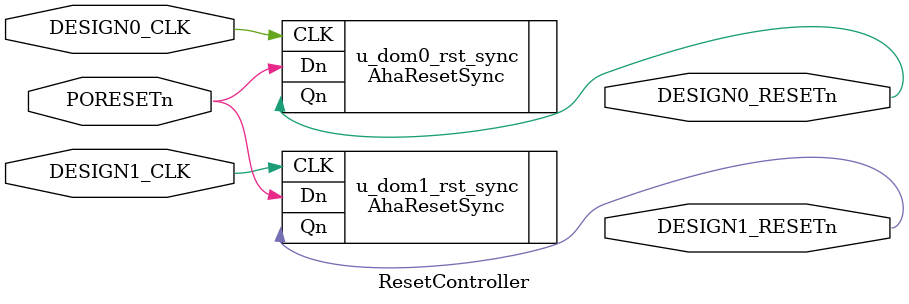
<source format=v>
module ResetController (
  input   wire      DESIGN0_CLK,
  input   wire      DESIGN1_CLK,

  input   wire      PORESETn,

  output  wire      DESIGN0_RESETn,
  output  wire      DESIGN1_RESETn
);

  AhaResetSync u_dom0_rst_sync (
    .CLK            (DESIGN0_CLK),
    .Dn             (PORESETn),
    .Qn             (DESIGN0_RESETn)
  );

  AhaResetSync u_dom1_rst_sync (
    .CLK            (DESIGN1_CLK),
    .Dn             (PORESETn),
    .Qn             (DESIGN1_RESETn)
  );
  
endmodule

</source>
